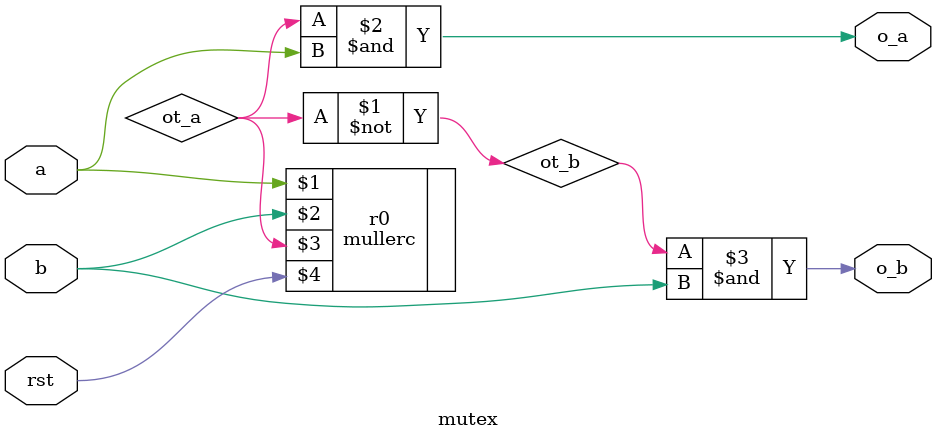
<source format=sv>
`ifndef __mutex

`include "mullerc.v"

module mutex #(
    parameter Rpol = 1'b0, // reset polarity (rst=rpol => reset)

    parameter NATIVE = 1'b1 // don't optimize
  ) (
  input a,
  input b,

  output o_a,
  output o_b,

  input rst);

  wire ot_a, ot_b;

  mullerc #(.B_inv(1'b1), .Rpol(Rpol), .NATIVE(NATIVE)) r0 (
    a, b,
    ot_a,
    rst);
  assign ot_b=~ot_a;

  assign o_a = ot_a & a;
  assign o_b = ot_b & b;

endmodule

`define __mutex
`endif

</source>
